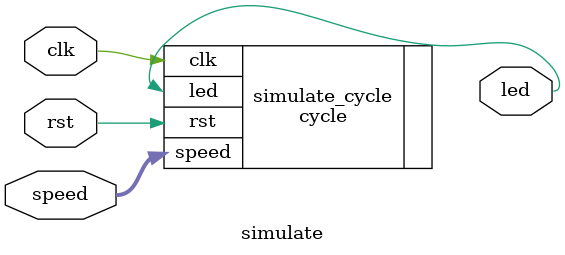
<source format=v>

module simulate (
  input clk,
  input rst,
  input [10:0] speed,
  output led
);

  // RED
	cycle simulate_cycle (
		.clk(clk),
		.rst(rst),
    .speed(speed),
 		.led(led)
	);

endmodule

</source>
